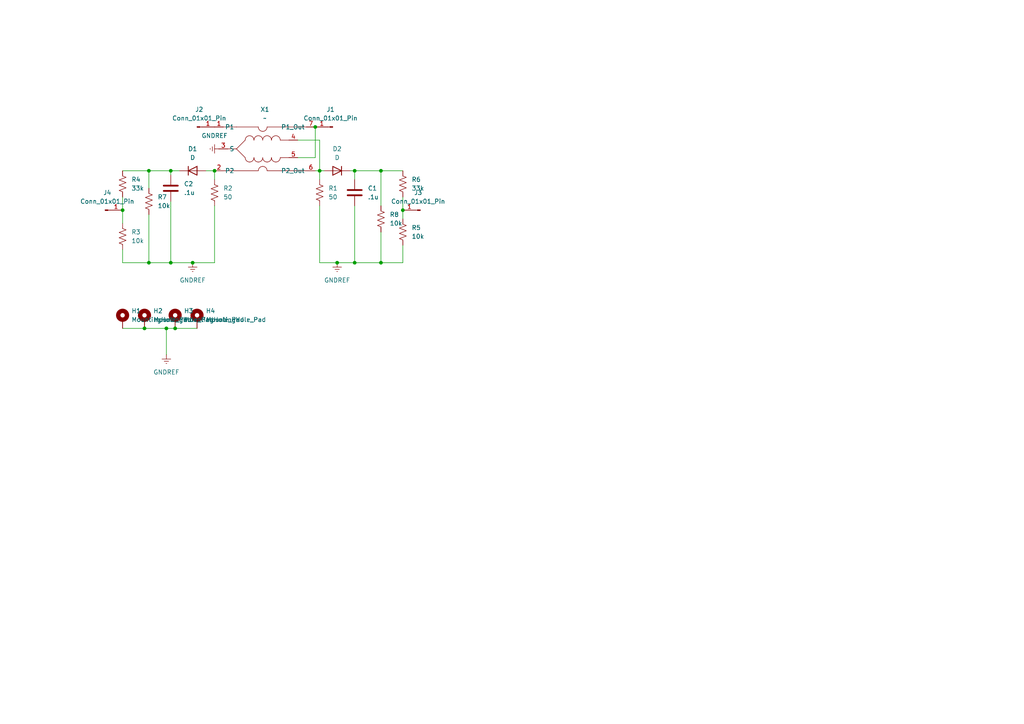
<source format=kicad_sch>
(kicad_sch (version 20250114) (generator "eeschema") (generator_version "9.0")
  (paper "A4")
  (lib_symbols
    (symbol "Connector:Conn_01x01_Pin" (pin_names (offset 1.016) (hide yes))
      (property "Reference" "J" (at 0 2.54 0))
      (property "Value" "Conn_01x01_Pin" (at 0 -2.54 0))
      (symbol "Conn_01x01_Pin_1_1"
        (rectangle (start 0.8636 0.127) (end 0 -0.127) (stroke (width 0.1524)) (fill (type outline)))
        (polyline (pts (xy 1.27 0) (xy 0.8636 0)) (stroke (width 0.1524)))
        (pin passive line (at 5.08 0 180) (length 3.81) (name "Pin_1") (number "1"))
      )
    )
    (symbol "Device:C" (pin_numbers (hide yes)) (pin_names (offset 0.254))
      (property "Reference" "C" (at 0.635 2.54 0))
      (property "Value" "C" (at 0.635 -2.54 0))
      (symbol "C_0_1"
        (polyline (pts (xy -2.032 0.762) (xy 2.032 0.762)) (stroke (width 0.508)))
        (polyline (pts (xy -2.032 -0.762) (xy 2.032 -0.762)) (stroke (width 0.508)))
      )
      (symbol "C_1_1"
        (pin passive line (at 0 3.81 270) (length 2.794) (name "~") (number "1"))
        (pin passive line (at 0 -3.81 90) (length 2.794) (name "~") (number "2"))
      )
    )
    (symbol "Device:D" (pin_numbers (hide yes)) (pin_names (offset 1.016) (hide yes))
      (property "Reference" "D" (at 0 2.54 0))
      (property "Value" "D" (at 0 -2.54 0))
      (symbol "D_0_1"
        (polyline (pts (xy -1.27 1.27) (xy -1.27 -1.27)) (stroke (width 0.254)))
        (polyline (pts (xy 1.27 1.27) (xy 1.27 -1.27) (xy -1.27 0) (xy 1.27 1.27)) (stroke (width 0.254)))
        (polyline (pts (xy 1.27 0) (xy -1.27 0)))
      )
      (symbol "D_1_1"
        (pin passive line (at -3.81 0 0) (length 2.54) (name "K") (number "1"))
        (pin passive line (at 3.81 0 180) (length 2.54) (name "A") (number "2"))
      )
    )
    (symbol "Device:R_US" (pin_numbers (hide yes)) (pin_names (offset 0))
      (property "Reference" "R" (at 2.54 0 90))
      (property "Value" "R_US" (at -2.54 0 90))
      (symbol "R_US_0_1"
        (polyline (pts (xy 0 2.286) (xy 0 2.54)))
        (polyline (pts (xy 0 2.286) (xy 1.016 1.905) (xy 0 1.524) (xy -1.016 1.143) (xy 0 0.762)))
        (polyline (pts (xy 0 0.762) (xy 1.016 0.381) (xy 0 0) (xy -1.016 -0.381) (xy 0 -0.762)))
        (polyline (pts (xy 0 -0.762) (xy 1.016 -1.143) (xy 0 -1.524) (xy -1.016 -1.905) (xy 0 -2.286)))
        (polyline (pts (xy 0 -2.286) (xy 0 -2.54)))
      )
      (symbol "R_US_1_1"
        (pin passive line (at 0 3.81 270) (length 1.27) (name "~") (number "1"))
        (pin passive line (at 0 -3.81 90) (length 1.27) (name "~") (number "2"))
      )
    )
    (symbol "Josef's Tandem Match:Tandem_Xfrmr"
      (property "Reference" "X" (at 0 0 0))
      (symbol "Tandem_Xfrmr_0_1"
        (polyline (pts (xy -11.43 6.35) (xy -7.62 6.35)))
        (polyline (pts (xy -11.43 -6.35) (xy -7.62 -6.35)))
        (polyline (pts (xy -10.16 0) (xy -7.62 0)))
        (polyline (pts (xy -7.62 -6.35) (xy -1.27 -6.35)))
        (polyline (pts (xy -5.08 2.54) (xy -7.62 0)))
        (polyline (pts (xy -5.08 -2.54) (xy -7.62 0)))
        (arc (start -3.81 3.81) (mid -2.912 3.438) (end -2.54 2.54))
        (arc (start -2.54 -2.54) (mid -2.912 -3.438) (end -3.81 -3.81))
        (arc (start -5.08 2.54) (mid -4.708 3.438) (end -3.81 3.81))
        (arc (start -3.81 -3.81) (mid -4.708 -3.438) (end -5.08 -2.54))
        (arc (start -1.27 3.81) (mid -0.372 3.438) (end 0 2.54))
        (arc (start 0 -2.54) (mid -0.372 -3.438) (end -1.27 -3.81))
        (polyline (pts (xy -1.27 6.35) (xy -7.62 6.35)))
        (arc (start -2.54 2.54) (mid -2.168 3.438) (end -1.27 3.81))
        (arc (start -1.27 -3.81) (mid -2.168 -3.438) (end -2.54 -2.54))
        (arc (start -0.0001 -5.0799) (mid 0.8979 -5.4519) (end 1.2699 -6.3499))
        (arc (start 1.27 6.35) (mid 0.898 5.452) (end 0 5.08))
        (arc (start 0 5.08) (mid -0.898 5.452) (end -1.27 6.35))
        (arc (start -1.2701 -6.3499) (mid -0.8981 -5.4519) (end -0.0001 -5.0799))
        (polyline (pts (xy 1.27 6.35) (xy 7.62 6.35)))
        (arc (start 0 2.54) (mid 0.372 3.438) (end 1.27 3.81))
        (arc (start 1.27 3.81) (mid 2.168 3.438) (end 2.54 2.54))
        (arc (start 1.27 -3.81) (mid 0.372 -3.438) (end 0 -2.54))
        (arc (start 2.54 -2.54) (mid 2.168 -3.438) (end 1.27 -3.81))
        (polyline (pts (xy 1.27 -6.35) (xy 8.89 -6.35)))
        (arc (start 2.54 2.54) (mid 2.912 3.438) (end 3.81 3.81))
        (arc (start 3.81 3.81) (mid 4.708 3.438) (end 5.08 2.54))
        (arc (start 3.81 -3.81) (mid 2.912 -3.438) (end 2.54 -2.54))
        (arc (start 5.08 -2.54) (mid 4.708 -3.438) (end 3.81 -3.81))
        (polyline (pts (xy 5.08 2.54) (xy 7.62 2.54)))
        (polyline (pts (xy 5.08 -2.54) (xy 7.62 -2.54)))
        (polyline (pts (xy 7.62 -6.35) (xy 12.7 -6.35)))
        (polyline (pts (xy 12.7 6.35) (xy 7.62 6.35)))
        (polyline (pts (xy 12.7 -6.35) (xy 12.7 -6.35)))
      )
      (symbol "Tandem_Xfrmr_1_1"
        (pin input line (at -13.97 6.35 0) (length 2.54) (name "P1") (number "1"))
        (pin free line (at -13.97 -6.35 0) (length 2.54) (name "P2") (number "2"))
        (pin free line (at -12.7 0 0) (length 2.54) (name "S") (number "3"))
        (pin free line (at 10.16 2.54 180) (length 2.54) (name "") (number "4"))
        (pin free line (at 10.16 -2.54 180) (length 2.54) (name "") (number "5"))
        (pin output line (at 15.24 6.35 180) (length 2.54) (name "P1_Out") (number "7"))
        (pin free line (at 15.24 -6.35 180) (length 2.54) (name "P2_Out") (number "6"))
      )
    )
    (symbol "Mechanical:MountingHole_Pad" (pin_numbers (hide yes)) (pin_names (offset 1.016) (hide yes)) (in_bom no)
      (property "Reference" "H" (at 0 6.35 0))
      (property "Value" "MountingHole_Pad" (at 0 4.445 0))
      (symbol "MountingHole_Pad_0_1"
        (circle (center 0 1.27) (radius 1.27) (stroke (width 1.27)))
      )
      (symbol "MountingHole_Pad_1_1"
        (pin input line (at 0 -2.54 90) (length 2.54) (name "1") (number "1"))
      )
    )
    (symbol "power:GNDREF" (power) (pin_numbers (hide yes)) (pin_names (offset 0) (hide yes))
      (property "Value" "GNDREF" (at 0 -3.81 0))
      (symbol "GNDREF_0_1"
        (polyline (pts (xy -0.635 -1.905) (xy 0.635 -1.905)))
        (polyline (pts (xy -0.127 -2.54) (xy 0.127 -2.54)))
        (polyline (pts (xy 0 -1.27) (xy 0 0)))
        (polyline (pts (xy 1.27 -1.27) (xy -1.27 -1.27)))
      )
      (symbol "GNDREF_1_1"
        (pin power_in line (at 0 0 270) (length 0) (name "~") (number "1"))
      )
    )
  )
  (junction (at 102.87 76.2))
  (junction (at 41.91 95.25))
  (junction (at 110.49 49.53))
  (junction (at 97.79 76.2))
  (junction (at 55.88 76.2))
  (junction (at 62.23 49.53))
  (junction (at 50.8 95.25))
  (junction (at 43.18 49.53))
  (junction (at 35.56 60.96))
  (junction (at 43.18 76.2))
  (junction (at 49.53 49.53))
  (junction (at 48.26 95.25))
  (junction (at 110.49 76.2))
  (junction (at 102.87 49.53))
  (junction (at 91.44 36.83))
  (junction (at 49.53 76.2))
  (junction (at 116.84 60.96))
  (junction (at 92.71 49.53))
  (wire (pts (xy 41.91 95.25) (xy 48.26 95.25)))
  (wire (pts (xy 49.53 50.8) (xy 49.53 49.53)))
  (wire (pts (xy 116.84 60.96) (xy 116.84 63.5)))
  (wire (pts (xy 50.8 95.25) (xy 57.15 95.25)))
  (wire (pts (xy 43.18 49.53) (xy 43.18 54.61)))
  (wire (pts (xy 116.84 71.12) (xy 116.84 76.2)))
  (wire (pts (xy 91.44 45.72) (xy 91.44 36.83)))
  (wire (pts (xy 35.56 49.53) (xy 43.18 49.53)))
  (wire (pts (xy 43.18 62.23) (xy 43.18 76.2)))
  (wire (pts (xy 49.53 76.2) (xy 55.88 76.2)))
  (wire (pts (xy 110.49 76.2) (xy 102.87 76.2)))
  (wire (pts (xy 35.56 60.96) (xy 35.56 64.77)))
  (wire (pts (xy 86.36 40.64) (xy 92.71 40.64)))
  (wire (pts (xy 101.6 49.53) (xy 102.87 49.53)))
  (wire (pts (xy 92.71 49.53) (xy 93.98 49.53)))
  (wire (pts (xy 35.56 72.39) (xy 35.56 76.2)))
  (wire (pts (xy 110.49 49.53) (xy 116.84 49.53)))
  (wire (pts (xy 92.71 59.69) (xy 92.71 76.2)))
  (wire (pts (xy 48.26 95.25) (xy 48.26 102.87)))
  (wire (pts (xy 49.53 58.42) (xy 49.53 76.2)))
  (wire (pts (xy 35.56 76.2) (xy 43.18 76.2)))
  (wire (pts (xy 48.26 95.25) (xy 50.8 95.25)))
  (wire (pts (xy 62.23 59.69) (xy 62.23 76.2)))
  (wire (pts (xy 102.87 59.69) (xy 102.87 76.2)))
  (wire (pts (xy 43.18 76.2) (xy 49.53 76.2)))
  (wire (pts (xy 116.84 76.2) (xy 110.49 76.2)))
  (wire (pts (xy 59.69 49.53) (xy 62.23 49.53)))
  (wire (pts (xy 62.23 76.2) (xy 55.88 76.2)))
  (wire (pts (xy 35.56 57.15) (xy 35.56 60.96)))
  (wire (pts (xy 43.18 49.53) (xy 49.53 49.53)))
  (wire (pts (xy 102.87 49.53) (xy 110.49 49.53)))
  (wire (pts (xy 86.36 45.72) (xy 91.44 45.72)))
  (wire (pts (xy 49.53 49.53) (xy 52.07 49.53)))
  (wire (pts (xy 110.49 67.31) (xy 110.49 76.2)))
  (wire (pts (xy 110.49 49.53) (xy 110.49 59.69)))
  (wire (pts (xy 102.87 49.53) (xy 102.87 52.07)))
  (wire (pts (xy 92.71 49.53) (xy 92.71 52.07)))
  (wire (pts (xy 116.84 57.15) (xy 116.84 60.96)))
  (wire (pts (xy 102.87 76.2) (xy 97.79 76.2)))
  (wire (pts (xy 35.56 95.25) (xy 41.91 95.25)))
  (wire (pts (xy 92.71 40.64) (xy 92.71 49.53)))
  (wire (pts (xy 92.71 76.2) (xy 97.79 76.2)))
  (wire (pts (xy 62.23 49.53) (xy 62.23 52.07)))
  (wire (pts (xy 91.44 49.53) (xy 92.71 49.53)))
  (symbol (lib_id "Device:C") (at 102.87 55.88 0) (unit 1)
    (property "Reference" "C1" (at 106.68 54.6099 0) (effects (justify left)))
    (property "Value" ".1u" (at 106.68 57.1499 0) (effects (justify left)))
    (property "Footprint" "Capacitor_SMD:C_0805_2012Metric_Pad1.18x1.45mm_HandSolder" (effects (hide yes)))
    (property "Description" "Unpolarized capacitor" (effects (hide yes)))
  )
  (symbol (lib_id "Mechanical:MountingHole_Pad") (at 41.91 92.71 0) (unit 1) (in_bom no)
    (property "Reference" "H2" (at 44.45 90.1699 0) (effects (justify left)))
    (property "Value" "MountingHole_Pad" (at 44.45 92.7099 0) (effects (justify left)))
    (property "Footprint" "MountingHole:MountingHole_3.2mm_M3" (effects (hide yes)))
    (property "Description" "Mounting Hole with connection" (effects (hide yes)))
  )
  (symbol (lib_id "Mechanical:MountingHole_Pad") (at 35.56 92.71 0) (unit 1) (in_bom no)
    (property "Reference" "H1" (at 38.1 90.1699 0) (effects (justify left)))
    (property "Value" "MountingHole_Pad" (at 38.1 92.7099 0) (effects (justify left)))
    (property "Footprint" "MountingHole:MountingHole_3.2mm_M3" (effects (hide yes)))
    (property "Description" "Mounting Hole with connection" (effects (hide yes)))
  )
  (symbol (lib_id "Connector:Conn_01x01_Pin") (at 30.48 60.96 0) (unit 1)
    (property "Reference" "J4" (at 31.115 55.88 0))
    (property "Value" "Conn_01x01_Pin" (at 31.115 58.42 0))
    (property "Footprint" "Josef Library:Single Surface Mount Header" (effects (hide yes)))
    (property "Description" "Generic connector, single row, 01x01, script generated" (effects (hide yes)))
  )
  (symbol (lib_id "power:GNDREF") (at 55.88 76.2 0) (unit 1)
    (property "Reference" "#PWR02" (effects (hide yes)))
    (property "Value" "GNDREF" (at 55.88 81.28 0))
    (property "Description" "Power symbol creates a global label with name \"GNDREF\" , reference supply ground" (effects (hide yes)))
  )
  (symbol (lib_id "Device:R_US") (at 116.84 67.31 0) (unit 1)
    (property "Reference" "R5" (at 119.38 66.0399 0) (effects (justify left)))
    (property "Value" "10k" (at 119.38 68.5799 0) (effects (justify left)))
    (property "Footprint" "Resistor_SMD:R_0805_2012Metric_Pad1.20x1.40mm_HandSolder" (effects (hide yes)))
    (property "Description" "Resistor, US symbol" (effects (hide yes)))
  )
  (symbol (lib_id "power:GNDREF") (at 48.26 102.87 0) (unit 1)
    (property "Reference" "#PWR04" (effects (hide yes)))
    (property "Value" "GNDREF" (at 48.26 107.95 0))
    (property "Description" "Power symbol creates a global label with name \"GNDREF\" , reference supply ground" (effects (hide yes)))
  )
  (symbol (lib_id "Connector:Conn_01x01_Pin") (at 121.92 60.96 180) (unit 1)
    (property "Reference" "J3" (at 121.285 55.88 0))
    (property "Value" "Conn_01x01_Pin" (at 121.285 58.42 0))
    (property "Footprint" "Josef Library:Single Surface Mount Header" (effects (hide yes)))
    (property "Description" "Generic connector, single row, 01x01, script generated" (effects (hide yes)))
  )
  (symbol (lib_id "Connector:Conn_01x01_Pin") (at 96.52 36.83 180) (unit 1)
    (property "Reference" "J1" (at 95.885 31.75 0))
    (property "Value" "Conn_01x01_Pin" (at 95.885 34.29 0))
    (property "Footprint" "Josef Library:Single Surface Mount Header" (effects (hide yes)))
    (property "Description" "Generic connector, single row, 01x01, script generated" (effects (hide yes)))
  )
  (symbol (lib_id "Device:D") (at 97.79 49.53 180) (unit 1)
    (property "Reference" "D2" (at 97.79 43.18 0))
    (property "Value" "D" (at 97.79 45.72 0))
    (property "Footprint" "Josef Library:Through Hole Resistor" (effects (hide yes)))
    (property "Description" "Diode" (effects (hide yes)))
    (property "Sim.Device" "D" (effects (hide yes)))
    (property "Sim.Pins" "1=K 2=A" (effects (hide yes)))
  )
  (symbol (lib_id "Device:R_US") (at 35.56 68.58 0) (unit 1)
    (property "Reference" "R3" (at 38.1 67.3099 0) (effects (justify left)))
    (property "Value" "10k" (at 38.1 69.8499 0) (effects (justify left)))
    (property "Footprint" "Resistor_SMD:R_0805_2012Metric_Pad1.20x1.40mm_HandSolder" (effects (hide yes)))
    (property "Description" "Resistor, US symbol" (effects (hide yes)))
  )
  (symbol (lib_id "Device:C") (at 49.53 54.61 0) (unit 1)
    (property "Reference" "C2" (at 53.34 53.3399 0) (effects (justify left)))
    (property "Value" ".1u" (at 53.34 55.8799 0) (effects (justify left)))
    (property "Footprint" "Capacitor_SMD:C_0805_2012Metric_Pad1.18x1.45mm_HandSolder" (effects (hide yes)))
    (property "Description" "Unpolarized capacitor" (effects (hide yes)))
  )
  (symbol (lib_id "Device:D") (at 55.88 49.53 0) (unit 1)
    (property "Reference" "D1" (at 55.88 43.18 0))
    (property "Value" "D" (at 55.88 45.72 0))
    (property "Footprint" "Josef Library:Through Hole Resistor" (effects (hide yes)))
    (property "Description" "Diode" (effects (hide yes)))
    (property "Sim.Device" "D" (effects (hide yes)))
    (property "Sim.Pins" "1=K 2=A" (effects (hide yes)))
  )
  (symbol (lib_id "Mechanical:MountingHole_Pad") (at 57.15 92.71 0) (unit 1) (in_bom no)
    (property "Reference" "H4" (at 59.69 90.1699 0) (effects (justify left)))
    (property "Value" "MountingHole_Pad" (at 59.69 92.7099 0) (effects (justify left)))
    (property "Footprint" "MountingHole:MountingHole_3.2mm_M3" (effects (hide yes)))
    (property "Description" "Mounting Hole with connection" (effects (hide yes)))
  )
  (symbol (lib_id "Device:R_US") (at 92.71 55.88 0) (unit 1)
    (property "Reference" "R1" (at 95.25 54.6099 0) (effects (justify left)))
    (property "Value" "50" (at 95.25 57.1499 0) (effects (justify left)))
    (property "Footprint" "Resistor_SMD:R_0805_2012Metric_Pad1.20x1.40mm_HandSolder" (effects (hide yes)))
    (property "Description" "Resistor, US symbol" (effects (hide yes)))
  )
  (symbol (lib_id "Connector:Conn_01x01_Pin") (at 57.15 36.83 0) (unit 1)
    (property "Reference" "J2" (at 57.785 31.75 0))
    (property "Value" "Conn_01x01_Pin" (at 57.785 34.29 0))
    (property "Footprint" "Josef Library:Single Surface Mount Header" (effects (hide yes)))
    (property "Description" "Generic connector, single row, 01x01, script generated" (effects (hide yes)))
  )
  (symbol (lib_id "Josef's Tandem Match:Tandem_Xfrmr") (at 76.2 43.18 0) (unit 1)
    (property "Reference" "X1" (at 76.835 31.75 0))
    (property "Value" "~" (at 76.835 34.29 0))
    (property "Footprint" "Josef Library:Tandem Match" (effects (hide yes)))
  )
  (symbol (lib_id "Mechanical:MountingHole_Pad") (at 50.8 92.71 0) (unit 1) (in_bom no)
    (property "Reference" "H3" (at 53.34 90.1699 0) (effects (justify left)))
    (property "Value" "MountingHole_Pad" (at 53.34 92.7099 0) (effects (justify left)))
    (property "Footprint" "MountingHole:MountingHole_3.2mm_M3" (effects (hide yes)))
    (property "Description" "Mounting Hole with connection" (effects (hide yes)))
  )
  (symbol (lib_id "Device:R_US") (at 110.49 63.5 0) (unit 1)
    (property "Reference" "R8" (at 113.03 62.2299 0) (effects (justify left)))
    (property "Value" "10k" (at 113.03 64.7699 0) (effects (justify left)))
    (property "Footprint" "Resistor_SMD:R_0805_2012Metric_Pad1.20x1.40mm_HandSolder" (effects (hide yes)))
    (property "Description" "Resistor, US symbol" (effects (hide yes)))
  )
  (symbol (lib_id "Device:R_US") (at 116.84 53.34 0) (unit 1)
    (property "Reference" "R6" (at 119.38 52.0699 0) (effects (justify left)))
    (property "Value" "33k" (at 119.38 54.6099 0) (effects (justify left)))
    (property "Footprint" "Resistor_SMD:R_0805_2012Metric_Pad1.20x1.40mm_HandSolder" (effects (hide yes)))
    (property "Description" "Resistor, US symbol" (effects (hide yes)))
  )
  (symbol (lib_id "Device:R_US") (at 35.56 53.34 0) (unit 1)
    (property "Reference" "R4" (at 38.1 52.0699 0) (effects (justify left)))
    (property "Value" "33k" (at 38.1 54.6099 0) (effects (justify left)))
    (property "Footprint" "Resistor_SMD:R_0805_2012Metric_Pad1.20x1.40mm_HandSolder" (effects (hide yes)))
    (property "Description" "Resistor, US symbol" (effects (hide yes)))
  )
  (symbol (lib_id "Device:R_US") (at 43.18 58.42 0) (unit 1)
    (property "Reference" "R7" (at 45.72 57.1499 0) (effects (justify left)))
    (property "Value" "10k" (at 45.72 59.6899 0) (effects (justify left)))
    (property "Footprint" "Resistor_SMD:R_0805_2012Metric_Pad1.20x1.40mm_HandSolder" (effects (hide yes)))
    (property "Description" "Resistor, US symbol" (effects (hide yes)))
  )
  (symbol (lib_id "power:GNDREF") (at 97.79 76.2 0) (unit 1)
    (property "Reference" "#PWR03" (effects (hide yes)))
    (property "Value" "GNDREF" (at 97.79 81.28 0))
    (property "Description" "Power symbol creates a global label with name \"GNDREF\" , reference supply ground" (effects (hide yes)))
  )
  (symbol (lib_id "Device:R_US") (at 62.23 55.88 0) (unit 1)
    (property "Reference" "R2" (at 64.77 54.6099 0) (effects (justify left)))
    (property "Value" "50" (at 64.77 57.1499 0) (effects (justify left)))
    (property "Footprint" "Resistor_SMD:R_0805_2012Metric_Pad1.20x1.40mm_HandSolder" (effects (hide yes)))
    (property "Description" "Resistor, US symbol" (effects (hide yes)))
  )
  (symbol (lib_id "power:GNDREF") (at 63.5 43.18 270) (unit 1)
    (property "Reference" "#PWR01" (effects (hide yes)))
    (property "Value" "GNDREF" (at 62.23 39.37 90))
    (property "Description" "Power symbol creates a global label with name \"GNDREF\" , reference supply ground" (effects (hide yes)))
  )
)
</source>
